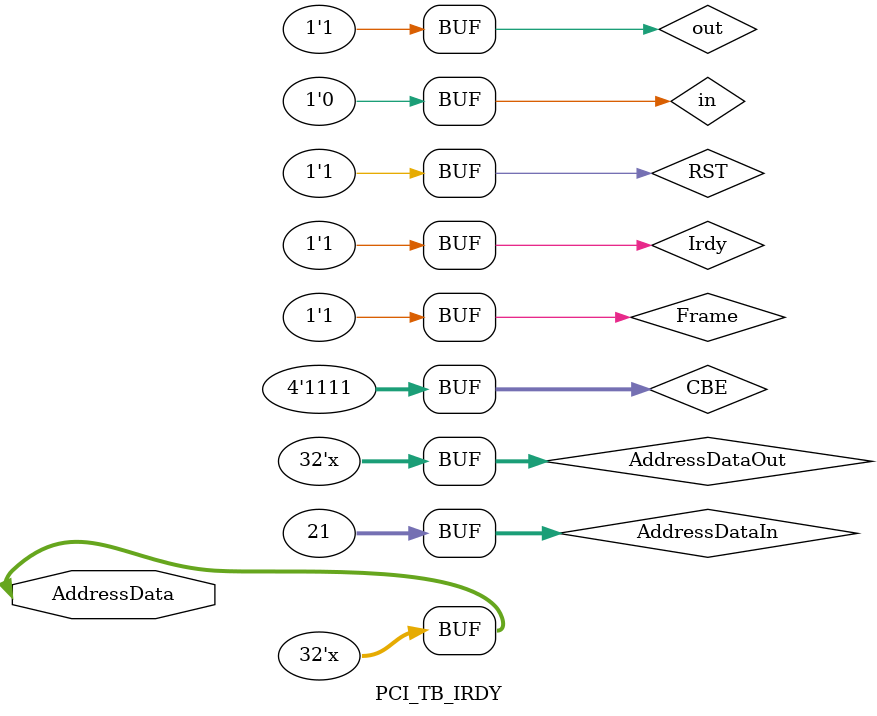
<source format=v>
module PCI(Frame,AddressData,CBE,Irdy,Devsel,Trdy,RST);
inout [31:0]AddressData;
input [3:0]CBE;
input Frame,Irdy;
input wire RST;
output Devsel,Trdy;
wire Clock;
ClockGen clk(Clock);
wire [1:0]decoderDevsel;
addressDecoder decoder(AddressData,decoderDevsel);
devSelect dvsl(Clock, Frame,decoderDevsel,RST,Devsel);
wire [1:0]rw;
RW readWrite(CBE,Frame,Clock,rw);
wire RE,WE;
ReadData readData(rw,Devsel,Irdy,RE,WE);
wire TrdyControl;
storage mem(AddressData,Frame,Clock,decoderDevsel,RE,WE,CBE,RST,TrdyControl);
TRDY Tready(Clock,Devsel,Trdy,TrdyControl);
endmodule


module PCI_TB_RST(AddressData);
reg Frame,Irdy;
inout [31:0]AddressData;
reg RST;
reg [31:0]AddressDataIn;
wire [31:0]AddressDataOut;

reg in,out;

assign AddressData = (in)? AddressDataIn: 32'bzzzzzzzzzzzzzzzz;
assign AddressDataOut = (out)? AddressData: 32'bzzzzzzzzzzzzzzzz;

reg [3:0]CBE;
wire Devsel,Trdy;
PCI pci(Frame,AddressData,CBE,Irdy,Devsel,Trdy,RST);
wire Clock;
ClockGen clk(Clock);
initial
begin
in = 1;
out = 0;
Frame = 1;
Irdy =  1;
RST = 1;

/*
#10//10
Frame = 0;
CBE = 7;
AddressDataIn = 21 ;
Irdy =  1;
RST = 1;

#10//20
Frame = 0;
CBE = 4'b1111;
AddressDataIn = 32'h11111111 ;
Irdy =  0;
RST = 1;

#5//25
Frame = 1'bz;
CBE = 4'bzzzz;
AddressDataIn = 32'hz ;
Irdy =  1'bz;
RST = 0;

#5//30
Frame = 1'bz;
CBE = 4'bzzzz;
AddressDataIn = 32'hz ;
Irdy =  1'bz;
RST = 0;

#5//35
Frame = 1;
CBE = 0;
AddressDataIn = 32'hz ;
Irdy =  1;
RST = 1;

#5//40
Frame = 1;
CBE = 0;
AddressDataIn = 32'hz ;
Irdy =  1;
RST = 1;

#10//50
Frame = 0;
CBE = 7;
AddressDataIn = 21 ;
Irdy =  1;
RST = 1;

#10//50
Frame = 0;
CBE = 4'b1111;
AddressDataIn = 32'h11111111 ;
Irdy =  0;
RST = 1;

#10//60
Frame = 0;
CBE = 4'b1111;
AddressDataIn = 32'h11111111 ;
Irdy =  0;
RST = 1;

#10//70
Frame = 0;
CBE = 4'b1111;
AddressDataIn = 32'h22222222 ;
Irdy =  0;
RST = 1;

#10//90
Frame = 0;
CBE = 4'b1111;
AddressDataIn = 32'h33333333 ;
Irdy =  0;
RST = 1;

#10//100
Frame = 1'bz;
CBE = 4'bzzzz;
AddressDataIn = 32'hzzzzzzzz ;
Irdy =  1'bz;
RST = 0;


#10//110
Frame = 1'bz;
CBE = 4'bzzzz;
AddressDataIn = 32'hzzzzzzzz ;
Irdy =  1'bz;
RST = 0;

#5//115
Frame = 1;
CBE = 0;
AddressDataIn = 32'hzzzzzzzz ;
Irdy =  1;
RST = 1;

#5//120
Frame = 1;
CBE = 0;
AddressDataIn = 32'hzzzzzzzz ;
Irdy =  1;

#10//130
Frame = 0;
CBE = 6;
AddressDataIn = 21 ;
Irdy =  1;

#10//140
Frame = 0;
in = 0; 
CBE = 4'b1111;
AddressDataIn = 32'hzzzzzzzz ;
Irdy =  0;

#10//150
Frame = 0;
out = 1;
CBE = 4'b1111;

#20//170
Frame = 1;

#10//180
CBE = 0;
Irdy =  1;
*/

Frame=1;//0
Irdy=1;
in = 1;
out = 0;
RST=1;

#10//10
Frame=0;
Irdy=1;
AddressDataIn=21;
CBE=7;

#10//20
Frame=0;
Irdy=0;
AddressDataIn=32'h00000001;
CBE=4'b1111;

#10//30
AddressDataIn=32'h00000001;

#10//40
Frame=0;
Irdy=0;
AddressDataIn=32'h00000002;
CBE=4'b1111;

#10//40
Frame=0;
Irdy=0;
AddressDataIn=32'h00000003;
CBE=4'b1111;


#10//50
Frame=1;
Irdy=0;
AddressDataIn=32'h00000003;
CBE=4'b1111;

#10//60
Frame=1;
Irdy=1;
AddressDataIn=32'hzzzzzzzz;

#10//70
Frame=0;
Irdy=1;
in = 1;
AddressDataIn=21;
CBE=6;

#10//80
Frame=0;
Irdy=0;
in=0;
out = 1;
CBE=4'b1111;

#10//90
Frame=0;
Irdy=0;
out = 1;
CBE=4'b1111;

#10//100
Frame=0;
Irdy=0;
out = 1;
CBE=4'b1111;

#10//110
Frame=1;
Irdy=0;
CBE=4'b1111;

#10//120
Frame=1;
Irdy=1;
CBE=4'b1111;


Frame=1;//0
Irdy=1;
in = 1;
out = 0;
RST=1;

#10//10
Frame=0;
Irdy=1;
AddressDataIn=21;
CBE=7;

#10//20
Frame=0;
Irdy=0;
AddressDataIn=32'h00000004;
CBE=4'b1111;

#10//30
AddressDataIn=32'h00000004;

#10//40
Frame=0;
Irdy=0;
AddressDataIn=32'h00000005;
CBE=4'b1111;

#10//40
Frame=0;
Irdy=0;
AddressDataIn=32'h00000006;
CBE=4'b1111;


#10//50
Frame=1;
Irdy=0;
AddressDataIn=32'h00000006;
CBE=4'b1111;

#10//60
Frame=1;
Irdy=1;
AddressDataIn=32'hzzzzzzzz;

#10//70
Frame=0;
Irdy=1;
in = 1;
AddressDataIn=21;
CBE=6;

#10//80
Frame=0;
Irdy=0;
in=0;
out = 1;
CBE=4'b1111;

#10//90
Frame=0;
Irdy=0;
out = 1;
CBE=4'b1111;

#10//100
Frame=0;
Irdy=0;
out = 1;
CBE=4'b1111;

#10//110
Frame=1;
Irdy=0;
CBE=4'b1111;

#10//120
Frame=1;
Irdy=1;
CBE=4'b1111;
end

endmodule 

module PCI_TB_OW(AddressData);
reg Frame,Irdy;
inout [31:0]AddressData;
reg RST;
reg [31:0]AddressDataIn;
wire [31:0]AddressDataOut;

reg in,out;

assign AddressData = (in)? AddressDataIn: 32'bzzzzzzzzzzzzzzzz;
assign AddressDataOut = (out)? AddressData: 32'bzzzzzzzzzzzzzzzz;

reg [3:0]CBE;
wire Devsel,Trdy;
PCI pci(Frame,AddressData,CBE,Irdy,Devsel,Trdy,RST);
wire Clock;
ClockGen clk(Clock);
initial
begin
in = 1;
out = 0;
Frame = 1;
Irdy =  1;
RST = 1;

Frame=1;//0
Irdy=1;
in = 1;
out = 0;
RST=1;

#10//10
Frame=0;
Irdy=1;
AddressDataIn=21;
CBE=7;

#10//20
Frame=0;
Irdy=0;
AddressDataIn=32'h00000001;
CBE=4'b1111;

#10//30
AddressDataIn=32'h00000001;

#10//40
Frame=0;
Irdy=0;
AddressDataIn=32'h00000002;
CBE=4'b1111;

#10//40
Frame=0;
Irdy=0;
AddressDataIn=32'h00000003;
CBE=4'b1111;


#10//50
Frame=1;
Irdy=0;
AddressDataIn=32'h00000003;
CBE=4'b1111;

#10//60
Frame=1;
Irdy=1;
AddressDataIn=32'hzzzzzzzz;

#10//70
Frame=0;
Irdy=1;
in = 1;
AddressDataIn=21;
CBE=6;

#10//80
Frame=0;
Irdy=0;
in=0;
out = 1;
CBE=4'b1111;

#10//90
Frame=0;
Irdy=0;
out = 1;
CBE=4'b1111;

#10//100
Frame=0;
Irdy=0;
out = 1;
CBE=4'b1111;

#10//110
Frame=1;
Irdy=0;
CBE=4'b1111;

#10//120
Frame=1;
Irdy=1;
CBE=4'b1111;


Frame=1;//0
Irdy=1;
in = 1;
out = 0;
RST=1;

#10//10
Frame=0;
Irdy=1;
AddressDataIn=21;
CBE=7;

#10//20
Frame=0;
Irdy=0;
AddressDataIn=32'h00000004;
CBE=4'b1111;

#10//30
AddressDataIn=32'h00000004;

#10//40
Frame=0;
Irdy=0;
AddressDataIn=32'h00000005;
CBE=4'b1111;

#10//40
Frame=0;
Irdy=0;
AddressDataIn=32'h00000006;
CBE=4'b1111;


#10//50
Frame=1;
Irdy=0;
AddressDataIn=32'h00000006;
CBE=4'b1111;

#10//60
Frame=1;
Irdy=1;
AddressDataIn=32'hzzzzzzzz;

#10//70
Frame=0;
Irdy=1;
in = 1;
AddressDataIn=21;
CBE=6;

#10//80
Frame=0;
Irdy=0;
in=0;
out = 1;
CBE=4'b1111;

#10//90
Frame=0;
Irdy=0;
out = 1;
CBE=4'b1111;

#10//100
Frame=0;
Irdy=0;
out = 1;
CBE=4'b1111;

#10//110
Frame=1;
Irdy=0;
CBE=4'b1111;

#10//120
Frame=1;
Irdy=1;
CBE=4'b1111;
end
endmodule 
module PCI_TB_IRDY(AddressData);
reg Frame,Irdy;
inout [31:0]AddressData;
reg RST;
reg [31:0]AddressDataIn;
wire [31:0]AddressDataOut;

reg in,out;

assign AddressData = (in)? AddressDataIn: 32'bzzzzzzzzzzzzzzzz;
assign AddressDataOut = (out)? AddressData: 32'bzzzzzzzzzzzzzzzz;

reg [3:0]CBE;
wire Devsel,Trdy;
PCI pci(Frame,AddressData,CBE,Irdy,Devsel,Trdy,RST);
wire Clock;
ClockGen clk(Clock);
initial
begin
in = 1;
out = 0;
Frame = 1;
Irdy =  1;
RST = 1;

Frame=1;//0
Irdy=1;
in = 1;
out = 0;
RST=1;

#10//10
Frame=0;
Irdy=1;
AddressDataIn=21;
CBE=7;

#10//20
Frame=0;
Irdy=1;
AddressDataIn=32'h00000001;
CBE=4'b1111;

#10//30
AddressDataIn=32'h00000001;

#10//40
Frame=0;
Irdy=1;
AddressDataIn=32'h00000002;
CBE=4'b1111;

#10//40
Frame=0;
Irdy=1;
AddressDataIn=32'h00000003;
CBE=4'b1111;


#10//50
Frame=1;
Irdy=1;
AddressDataIn=32'h00000003;
CBE=4'b1111;

#10//60
Frame=1;
Irdy=1;
AddressDataIn=32'hzzzzzzzz;

#10//70
Frame=0;
Irdy=1;
in=1;
AddressDataIn=21;
CBE=6;

#10//80
Frame=0;
Irdy=0;
in=0;
out = 1;
CBE=4'b1111;

#10//90
Frame=0;
Irdy=0;
out = 1;
CBE=4'b1111;

#10//100
Frame=0;
Irdy=0;
out = 1;
CBE=4'b1111;

#10//110
Frame=1;
Irdy=0;
CBE=4'b1111;

#10//120
Frame=1;
Irdy=1;
CBE=4'b1111;

end
endmodule 
</source>
